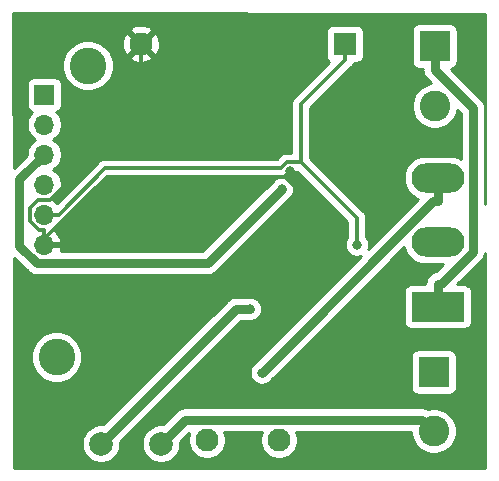
<source format=gtl>
G04 #@! TF.GenerationSoftware,KiCad,Pcbnew,5.1.7-a382d34a8~88~ubuntu18.04.1*
G04 #@! TF.CreationDate,2021-11-17T17:12:46+05:30*
G04 #@! TF.ProjectId,BackEnd_HeavyDevice_v5,4261636b-456e-4645-9f48-656176794465,rev?*
G04 #@! TF.SameCoordinates,Original*
G04 #@! TF.FileFunction,Copper,L1,Top*
G04 #@! TF.FilePolarity,Positive*
%FSLAX46Y46*%
G04 Gerber Fmt 4.6, Leading zero omitted, Abs format (unit mm)*
G04 Created by KiCad (PCBNEW 5.1.7-a382d34a8~88~ubuntu18.04.1) date 2021-11-17 17:12:46*
%MOMM*%
%LPD*%
G01*
G04 APERTURE LIST*
G04 #@! TA.AperFunction,ComponentPad*
%ADD10C,3.100000*%
G04 #@! TD*
G04 #@! TA.AperFunction,ComponentPad*
%ADD11R,1.950000X1.950000*%
G04 #@! TD*
G04 #@! TA.AperFunction,ComponentPad*
%ADD12C,1.950000*%
G04 #@! TD*
G04 #@! TA.AperFunction,ComponentPad*
%ADD13R,2.600000X2.600000*%
G04 #@! TD*
G04 #@! TA.AperFunction,ComponentPad*
%ADD14C,2.600000*%
G04 #@! TD*
G04 #@! TA.AperFunction,ComponentPad*
%ADD15R,4.500000X2.500000*%
G04 #@! TD*
G04 #@! TA.AperFunction,ComponentPad*
%ADD16O,4.500000X2.500000*%
G04 #@! TD*
G04 #@! TA.AperFunction,ComponentPad*
%ADD17C,2.000000*%
G04 #@! TD*
G04 #@! TA.AperFunction,ComponentPad*
%ADD18R,1.700000X1.700000*%
G04 #@! TD*
G04 #@! TA.AperFunction,ComponentPad*
%ADD19O,1.700000X1.700000*%
G04 #@! TD*
G04 #@! TA.AperFunction,ViaPad*
%ADD20C,0.800000*%
G04 #@! TD*
G04 #@! TA.AperFunction,Conductor*
%ADD21C,0.350000*%
G04 #@! TD*
G04 #@! TA.AperFunction,Conductor*
%ADD22C,0.800000*%
G04 #@! TD*
G04 #@! TA.AperFunction,Conductor*
%ADD23C,0.254000*%
G04 #@! TD*
G04 #@! TA.AperFunction,Conductor*
%ADD24C,0.100000*%
G04 #@! TD*
G04 APERTURE END LIST*
D10*
X114554000Y-126187200D03*
X117215920Y-101513640D03*
D11*
X138971000Y-99667000D03*
D12*
X127287000Y-133195000D03*
X121699000Y-99667000D03*
X133383000Y-133195000D03*
D13*
X146576000Y-99860100D03*
D14*
X146576000Y-104940100D03*
D13*
X146497000Y-127460000D03*
D14*
X146497000Y-132460000D03*
D15*
X146827000Y-121917000D03*
D16*
X146827000Y-116467000D03*
X146827000Y-111017000D03*
D17*
X118316000Y-133530000D03*
X123396000Y-133520000D03*
D18*
X113515000Y-103967000D03*
D19*
X113515000Y-106507000D03*
X113515000Y-109047000D03*
X113515000Y-111587000D03*
X113515000Y-114127000D03*
X113515000Y-116667000D03*
D20*
X139974400Y-116677500D03*
X136708200Y-119161500D03*
X134353800Y-110477800D03*
X130916300Y-122105000D03*
X133654600Y-111932300D03*
X131931500Y-127505000D03*
D21*
X135235600Y-109702500D02*
X139974400Y-114441300D01*
X139974400Y-114441300D02*
X139974400Y-116677500D01*
X138971000Y-101017300D02*
X135235600Y-104752700D01*
X135235600Y-104752700D02*
X135235600Y-109702500D01*
X135235600Y-109702500D02*
X134032700Y-109702500D01*
X134032700Y-109702500D02*
X133541000Y-110194200D01*
X133541000Y-110194200D02*
X133541000Y-110194300D01*
X133541000Y-110194300D02*
X118673000Y-110194300D01*
X118673000Y-110194300D02*
X114740300Y-114127000D01*
X113515000Y-114127000D02*
X114740300Y-114127000D01*
X138971000Y-99667000D02*
X138971000Y-101017300D01*
X133907100Y-110924500D02*
X134353800Y-110477800D01*
X113515000Y-116204200D02*
X118794700Y-110924500D01*
X118794700Y-110924500D02*
X133907100Y-110924500D01*
X133907100Y-110924500D02*
X136708100Y-113725500D01*
X136708100Y-113725500D02*
X136708100Y-119161500D01*
X136708100Y-119161500D02*
X136708200Y-119161500D01*
X113515000Y-116204200D02*
X113515000Y-115441700D01*
X113515000Y-116667000D02*
X113515000Y-116204200D01*
X113515000Y-115441700D02*
X113055500Y-115441700D01*
X113055500Y-115441700D02*
X112286900Y-114673100D01*
X112286900Y-114673100D02*
X112286900Y-113557100D01*
X112286900Y-113557100D02*
X112987000Y-112857000D01*
X112987000Y-112857000D02*
X113988900Y-112857000D01*
X113988900Y-112857000D02*
X121699000Y-105146900D01*
X121699000Y-105146900D02*
X121699000Y-99667000D01*
D22*
X123396000Y-133520000D02*
X125422700Y-131493300D01*
X125422700Y-131493300D02*
X145530300Y-131493300D01*
X145530300Y-131493300D02*
X146497000Y-132460000D01*
X118316000Y-133530000D02*
X129741000Y-122105000D01*
X129741000Y-122105000D02*
X130916300Y-122105000D01*
X113515000Y-109047000D02*
X111406200Y-111155800D01*
X111406200Y-111155800D02*
X111406200Y-116784500D01*
X111406200Y-116784500D02*
X112870300Y-118248600D01*
X112870300Y-118248600D02*
X127338300Y-118248600D01*
X127338300Y-118248600D02*
X133654600Y-111932300D01*
X146576000Y-99860100D02*
X146576000Y-101860400D01*
X146827000Y-121917000D02*
X146827000Y-119966700D01*
X146827000Y-119966700D02*
X147101300Y-119966700D01*
X147101300Y-119966700D02*
X149797500Y-117270500D01*
X149797500Y-117270500D02*
X149797500Y-105081900D01*
X149797500Y-105081900D02*
X146576000Y-101860400D01*
X131931500Y-127505000D02*
X146469200Y-112967300D01*
X146469200Y-112967300D02*
X146827000Y-112967300D01*
X146827000Y-111017000D02*
X146827000Y-112967300D01*
D23*
X139164400Y-114776813D02*
X139164401Y-116026799D01*
X139057195Y-116187244D01*
X138979174Y-116375602D01*
X138939400Y-116575561D01*
X138939400Y-116779439D01*
X138979174Y-116979398D01*
X139057195Y-117167756D01*
X139170463Y-117337274D01*
X139314626Y-117481437D01*
X139484144Y-117594705D01*
X139672502Y-117672726D01*
X139872461Y-117712500D01*
X140076339Y-117712500D01*
X140276298Y-117672726D01*
X140316868Y-117655921D01*
X131271729Y-126701061D01*
X131271726Y-126701063D01*
X131127563Y-126845226D01*
X131099171Y-126887717D01*
X131066766Y-126927203D01*
X131042687Y-126972252D01*
X131014295Y-127014744D01*
X130994736Y-127061964D01*
X130970660Y-127107007D01*
X130955835Y-127155878D01*
X130936274Y-127203102D01*
X130926303Y-127253232D01*
X130911477Y-127302105D01*
X130906471Y-127352933D01*
X130896500Y-127403061D01*
X130896500Y-127454172D01*
X130891494Y-127505000D01*
X130896500Y-127555828D01*
X130896500Y-127606939D01*
X130906471Y-127657067D01*
X130911477Y-127707895D01*
X130926303Y-127756768D01*
X130936274Y-127806898D01*
X130955835Y-127854122D01*
X130970660Y-127902993D01*
X130994736Y-127948036D01*
X131014295Y-127995256D01*
X131042687Y-128037748D01*
X131066766Y-128082797D01*
X131099172Y-128122284D01*
X131127563Y-128164774D01*
X131163697Y-128200908D01*
X131196104Y-128240396D01*
X131235592Y-128272803D01*
X131271726Y-128308937D01*
X131314216Y-128337328D01*
X131353703Y-128369734D01*
X131398752Y-128393813D01*
X131441244Y-128422205D01*
X131488464Y-128441764D01*
X131533507Y-128465840D01*
X131582378Y-128480665D01*
X131629602Y-128500226D01*
X131679732Y-128510197D01*
X131728605Y-128525023D01*
X131779433Y-128530029D01*
X131829561Y-128540000D01*
X131880672Y-128540000D01*
X131931500Y-128545006D01*
X131982328Y-128540000D01*
X132033439Y-128540000D01*
X132083567Y-128530029D01*
X132134395Y-128525023D01*
X132183268Y-128510197D01*
X132233398Y-128500226D01*
X132280622Y-128480665D01*
X132329493Y-128465840D01*
X132374536Y-128441764D01*
X132421756Y-128422205D01*
X132464248Y-128393813D01*
X132509297Y-128369734D01*
X132548783Y-128337329D01*
X132591274Y-128308937D01*
X132735437Y-128164774D01*
X132735439Y-128164771D01*
X134740210Y-126160000D01*
X144558928Y-126160000D01*
X144558928Y-128760000D01*
X144571188Y-128884482D01*
X144607498Y-129004180D01*
X144666463Y-129114494D01*
X144745815Y-129211185D01*
X144842506Y-129290537D01*
X144952820Y-129349502D01*
X145072518Y-129385812D01*
X145197000Y-129398072D01*
X147797000Y-129398072D01*
X147921482Y-129385812D01*
X148041180Y-129349502D01*
X148151494Y-129290537D01*
X148248185Y-129211185D01*
X148327537Y-129114494D01*
X148386502Y-129004180D01*
X148422812Y-128884482D01*
X148435072Y-128760000D01*
X148435072Y-126160000D01*
X148422812Y-126035518D01*
X148386502Y-125915820D01*
X148327537Y-125805506D01*
X148248185Y-125708815D01*
X148151494Y-125629463D01*
X148041180Y-125570498D01*
X147921482Y-125534188D01*
X147797000Y-125521928D01*
X145197000Y-125521928D01*
X145072518Y-125534188D01*
X144952820Y-125570498D01*
X144842506Y-125629463D01*
X144745815Y-125708815D01*
X144666463Y-125805506D01*
X144607498Y-125915820D01*
X144571188Y-126035518D01*
X144558928Y-126160000D01*
X134740210Y-126160000D01*
X143991249Y-116908962D01*
X144077061Y-117191848D01*
X144252097Y-117519317D01*
X144487655Y-117806345D01*
X144774683Y-118041903D01*
X145102152Y-118216939D01*
X145457476Y-118324725D01*
X145734403Y-118352000D01*
X147252290Y-118352000D01*
X146661275Y-118943015D01*
X146624105Y-118946676D01*
X146429007Y-119005859D01*
X146249203Y-119101966D01*
X146091604Y-119231304D01*
X145962266Y-119388903D01*
X145866159Y-119568707D01*
X145806976Y-119763805D01*
X145786993Y-119966700D01*
X145792001Y-120017548D01*
X145792001Y-120028928D01*
X144577000Y-120028928D01*
X144452518Y-120041188D01*
X144332820Y-120077498D01*
X144222506Y-120136463D01*
X144125815Y-120215815D01*
X144046463Y-120312506D01*
X143987498Y-120422820D01*
X143951188Y-120542518D01*
X143938928Y-120667000D01*
X143938928Y-123167000D01*
X143951188Y-123291482D01*
X143987498Y-123411180D01*
X144046463Y-123521494D01*
X144125815Y-123618185D01*
X144222506Y-123697537D01*
X144332820Y-123756502D01*
X144452518Y-123792812D01*
X144577000Y-123805072D01*
X149077000Y-123805072D01*
X149201482Y-123792812D01*
X149321180Y-123756502D01*
X149431494Y-123697537D01*
X149528185Y-123618185D01*
X149607537Y-123521494D01*
X149666502Y-123411180D01*
X149702812Y-123291482D01*
X149715072Y-123167000D01*
X149715072Y-120667000D01*
X149702812Y-120542518D01*
X149666502Y-120422820D01*
X149607537Y-120312506D01*
X149528185Y-120215815D01*
X149431494Y-120136463D01*
X149321180Y-120077498D01*
X149201482Y-120041188D01*
X149077000Y-120028928D01*
X148502782Y-120028928D01*
X150493408Y-118038303D01*
X150532896Y-118005896D01*
X150565303Y-117966408D01*
X150662234Y-117848298D01*
X150758341Y-117668494D01*
X150772115Y-117623085D01*
X150817524Y-117473395D01*
X150824522Y-117402339D01*
X150789881Y-135587724D01*
X110962241Y-135582676D01*
X110958759Y-133368967D01*
X116681000Y-133368967D01*
X116681000Y-133691033D01*
X116743832Y-134006912D01*
X116867082Y-134304463D01*
X117046013Y-134572252D01*
X117273748Y-134799987D01*
X117541537Y-134978918D01*
X117839088Y-135102168D01*
X118154967Y-135165000D01*
X118477033Y-135165000D01*
X118792912Y-135102168D01*
X119090463Y-134978918D01*
X119358252Y-134799987D01*
X119585987Y-134572252D01*
X119764918Y-134304463D01*
X119888168Y-134006912D01*
X119951000Y-133691033D01*
X119951000Y-133368967D01*
X119949298Y-133360412D01*
X119950743Y-133358967D01*
X121761000Y-133358967D01*
X121761000Y-133681033D01*
X121823832Y-133996912D01*
X121947082Y-134294463D01*
X122126013Y-134562252D01*
X122353748Y-134789987D01*
X122621537Y-134968918D01*
X122919088Y-135092168D01*
X123234967Y-135155000D01*
X123557033Y-135155000D01*
X123872912Y-135092168D01*
X124170463Y-134968918D01*
X124438252Y-134789987D01*
X124665987Y-134562252D01*
X124844918Y-134294463D01*
X124968168Y-133996912D01*
X125031000Y-133681033D01*
X125031000Y-133358967D01*
X125029298Y-133350412D01*
X125798651Y-132581060D01*
X125738871Y-132725380D01*
X125677000Y-133036429D01*
X125677000Y-133353571D01*
X125738871Y-133664620D01*
X125860237Y-133957621D01*
X126036431Y-134221315D01*
X126260685Y-134445569D01*
X126524379Y-134621763D01*
X126817380Y-134743129D01*
X127128429Y-134805000D01*
X127445571Y-134805000D01*
X127756620Y-134743129D01*
X128049621Y-134621763D01*
X128313315Y-134445569D01*
X128537569Y-134221315D01*
X128713763Y-133957621D01*
X128835129Y-133664620D01*
X128897000Y-133353571D01*
X128897000Y-133036429D01*
X128835129Y-132725380D01*
X128753495Y-132528300D01*
X131916505Y-132528300D01*
X131834871Y-132725380D01*
X131773000Y-133036429D01*
X131773000Y-133353571D01*
X131834871Y-133664620D01*
X131956237Y-133957621D01*
X132132431Y-134221315D01*
X132356685Y-134445569D01*
X132620379Y-134621763D01*
X132913380Y-134743129D01*
X133224429Y-134805000D01*
X133541571Y-134805000D01*
X133852620Y-134743129D01*
X134145621Y-134621763D01*
X134409315Y-134445569D01*
X134633569Y-134221315D01*
X134809763Y-133957621D01*
X134931129Y-133664620D01*
X134993000Y-133353571D01*
X134993000Y-133036429D01*
X134931129Y-132725380D01*
X134849495Y-132528300D01*
X144562000Y-132528300D01*
X144562000Y-132650581D01*
X144636361Y-133024419D01*
X144782225Y-133376566D01*
X144993987Y-133693491D01*
X145263509Y-133963013D01*
X145580434Y-134174775D01*
X145932581Y-134320639D01*
X146306419Y-134395000D01*
X146687581Y-134395000D01*
X147061419Y-134320639D01*
X147413566Y-134174775D01*
X147730491Y-133963013D01*
X148000013Y-133693491D01*
X148211775Y-133376566D01*
X148357639Y-133024419D01*
X148432000Y-132650581D01*
X148432000Y-132269419D01*
X148357639Y-131895581D01*
X148211775Y-131543434D01*
X148000013Y-131226509D01*
X147730491Y-130956987D01*
X147413566Y-130745225D01*
X147061419Y-130599361D01*
X146687581Y-130525000D01*
X146306419Y-130525000D01*
X146020675Y-130581838D01*
X145928293Y-130532459D01*
X145733195Y-130473276D01*
X145581138Y-130458300D01*
X145581128Y-130458300D01*
X145530300Y-130453294D01*
X145479472Y-130458300D01*
X125473535Y-130458300D01*
X125422700Y-130453293D01*
X125371865Y-130458300D01*
X125371862Y-130458300D01*
X125219805Y-130473276D01*
X125024707Y-130532459D01*
X124941009Y-130577196D01*
X124844902Y-130628566D01*
X124726792Y-130725497D01*
X124687304Y-130757904D01*
X124654897Y-130797392D01*
X123565588Y-131886702D01*
X123557033Y-131885000D01*
X123234967Y-131885000D01*
X122919088Y-131947832D01*
X122621537Y-132071082D01*
X122353748Y-132250013D01*
X122126013Y-132477748D01*
X121947082Y-132745537D01*
X121823832Y-133043088D01*
X121761000Y-133358967D01*
X119950743Y-133358967D01*
X130169711Y-123140000D01*
X131018239Y-123140000D01*
X131068357Y-123130031D01*
X131119195Y-123125024D01*
X131168077Y-123110196D01*
X131218198Y-123100226D01*
X131265413Y-123080669D01*
X131314293Y-123065841D01*
X131359342Y-123041762D01*
X131406556Y-123022205D01*
X131449046Y-122993814D01*
X131494097Y-122969734D01*
X131533584Y-122937328D01*
X131576074Y-122908937D01*
X131612208Y-122872803D01*
X131651696Y-122840396D01*
X131684103Y-122800908D01*
X131720237Y-122764774D01*
X131748628Y-122722284D01*
X131781034Y-122682797D01*
X131805114Y-122637746D01*
X131833505Y-122595256D01*
X131853062Y-122548042D01*
X131877141Y-122502993D01*
X131891969Y-122454113D01*
X131911526Y-122406898D01*
X131921496Y-122356777D01*
X131936324Y-122307895D01*
X131941331Y-122257057D01*
X131951300Y-122206939D01*
X131951300Y-122155838D01*
X131956307Y-122105000D01*
X131951300Y-122054162D01*
X131951300Y-122003061D01*
X131941331Y-121952943D01*
X131936324Y-121902105D01*
X131921496Y-121853223D01*
X131911526Y-121803102D01*
X131891969Y-121755887D01*
X131877141Y-121707007D01*
X131853062Y-121661958D01*
X131833505Y-121614744D01*
X131805114Y-121572254D01*
X131781034Y-121527203D01*
X131748628Y-121487716D01*
X131720237Y-121445226D01*
X131684103Y-121409092D01*
X131651696Y-121369604D01*
X131612208Y-121337197D01*
X131576074Y-121301063D01*
X131533584Y-121272672D01*
X131494097Y-121240266D01*
X131449046Y-121216186D01*
X131406556Y-121187795D01*
X131359342Y-121168238D01*
X131314293Y-121144159D01*
X131265413Y-121129331D01*
X131218198Y-121109774D01*
X131168077Y-121099804D01*
X131119195Y-121084976D01*
X131068357Y-121079969D01*
X131018239Y-121070000D01*
X129791835Y-121070000D01*
X129741000Y-121064993D01*
X129690164Y-121070000D01*
X129690162Y-121070000D01*
X129538105Y-121084976D01*
X129343007Y-121144159D01*
X129261370Y-121187795D01*
X129163202Y-121240266D01*
X129045092Y-121337197D01*
X129005604Y-121369604D01*
X128973197Y-121409092D01*
X118485588Y-131896702D01*
X118477033Y-131895000D01*
X118154967Y-131895000D01*
X117839088Y-131957832D01*
X117541537Y-132081082D01*
X117273748Y-132260013D01*
X117046013Y-132487748D01*
X116867082Y-132755537D01*
X116743832Y-133053088D01*
X116681000Y-133368967D01*
X110958759Y-133368967D01*
X110947121Y-125971996D01*
X112369000Y-125971996D01*
X112369000Y-126402404D01*
X112452969Y-126824541D01*
X112617678Y-127222185D01*
X112856800Y-127580056D01*
X113161144Y-127884400D01*
X113519015Y-128123522D01*
X113916659Y-128288231D01*
X114338796Y-128372200D01*
X114769204Y-128372200D01*
X115191341Y-128288231D01*
X115588985Y-128123522D01*
X115946856Y-127884400D01*
X116251200Y-127580056D01*
X116490322Y-127222185D01*
X116655031Y-126824541D01*
X116739000Y-126402404D01*
X116739000Y-125971996D01*
X116655031Y-125549859D01*
X116490322Y-125152215D01*
X116251200Y-124794344D01*
X115946856Y-124490000D01*
X115588985Y-124250878D01*
X115191341Y-124086169D01*
X114769204Y-124002200D01*
X114338796Y-124002200D01*
X113916659Y-124086169D01*
X113519015Y-124250878D01*
X113161144Y-124490000D01*
X112856800Y-124794344D01*
X112617678Y-125152215D01*
X112452969Y-125549859D01*
X112369000Y-125971996D01*
X110947121Y-125971996D01*
X110934227Y-117776237D01*
X112102497Y-118944508D01*
X112134904Y-118983996D01*
X112174392Y-119016403D01*
X112292502Y-119113334D01*
X112388609Y-119164704D01*
X112472307Y-119209441D01*
X112667405Y-119268624D01*
X112819462Y-119283600D01*
X112819471Y-119283600D01*
X112870299Y-119288606D01*
X112921127Y-119283600D01*
X127287472Y-119283600D01*
X127338300Y-119288606D01*
X127389128Y-119283600D01*
X127389138Y-119283600D01*
X127541195Y-119268624D01*
X127736293Y-119209441D01*
X127916097Y-119113334D01*
X128073696Y-118983996D01*
X128106107Y-118944503D01*
X134422403Y-112628208D01*
X134458537Y-112592074D01*
X134486925Y-112549588D01*
X134519334Y-112510098D01*
X134543416Y-112465044D01*
X134571805Y-112422556D01*
X134591362Y-112375341D01*
X134615440Y-112330294D01*
X134630266Y-112281419D01*
X134649826Y-112234198D01*
X134659797Y-112184071D01*
X134674623Y-112135196D01*
X134679629Y-112084366D01*
X134689600Y-112034239D01*
X134689600Y-111983129D01*
X134694606Y-111932301D01*
X134689600Y-111881473D01*
X134689600Y-111830361D01*
X134679629Y-111780233D01*
X134674623Y-111729405D01*
X134659797Y-111680532D01*
X134649826Y-111630402D01*
X134630265Y-111583178D01*
X134615440Y-111534307D01*
X134591364Y-111489264D01*
X134571805Y-111442044D01*
X134543413Y-111399552D01*
X134519334Y-111354503D01*
X134486930Y-111315019D01*
X134458537Y-111272526D01*
X134422395Y-111236384D01*
X134389995Y-111196905D01*
X134350516Y-111164505D01*
X134314374Y-111128363D01*
X134271881Y-111099970D01*
X134232397Y-111067566D01*
X134187348Y-111043487D01*
X134144856Y-111015095D01*
X134097636Y-110995536D01*
X134052593Y-110971460D01*
X134003722Y-110956635D01*
X133956498Y-110937074D01*
X133906368Y-110927103D01*
X133894854Y-110923610D01*
X133993189Y-110871049D01*
X134116528Y-110769828D01*
X134141893Y-110738920D01*
X134142357Y-110738355D01*
X134368212Y-110512500D01*
X134900088Y-110512500D01*
X139164400Y-114776813D01*
G04 #@! TA.AperFunction,Conductor*
D24*
G36*
X139164400Y-114776813D02*
G01*
X139164401Y-116026799D01*
X139057195Y-116187244D01*
X138979174Y-116375602D01*
X138939400Y-116575561D01*
X138939400Y-116779439D01*
X138979174Y-116979398D01*
X139057195Y-117167756D01*
X139170463Y-117337274D01*
X139314626Y-117481437D01*
X139484144Y-117594705D01*
X139672502Y-117672726D01*
X139872461Y-117712500D01*
X140076339Y-117712500D01*
X140276298Y-117672726D01*
X140316868Y-117655921D01*
X131271729Y-126701061D01*
X131271726Y-126701063D01*
X131127563Y-126845226D01*
X131099171Y-126887717D01*
X131066766Y-126927203D01*
X131042687Y-126972252D01*
X131014295Y-127014744D01*
X130994736Y-127061964D01*
X130970660Y-127107007D01*
X130955835Y-127155878D01*
X130936274Y-127203102D01*
X130926303Y-127253232D01*
X130911477Y-127302105D01*
X130906471Y-127352933D01*
X130896500Y-127403061D01*
X130896500Y-127454172D01*
X130891494Y-127505000D01*
X130896500Y-127555828D01*
X130896500Y-127606939D01*
X130906471Y-127657067D01*
X130911477Y-127707895D01*
X130926303Y-127756768D01*
X130936274Y-127806898D01*
X130955835Y-127854122D01*
X130970660Y-127902993D01*
X130994736Y-127948036D01*
X131014295Y-127995256D01*
X131042687Y-128037748D01*
X131066766Y-128082797D01*
X131099172Y-128122284D01*
X131127563Y-128164774D01*
X131163697Y-128200908D01*
X131196104Y-128240396D01*
X131235592Y-128272803D01*
X131271726Y-128308937D01*
X131314216Y-128337328D01*
X131353703Y-128369734D01*
X131398752Y-128393813D01*
X131441244Y-128422205D01*
X131488464Y-128441764D01*
X131533507Y-128465840D01*
X131582378Y-128480665D01*
X131629602Y-128500226D01*
X131679732Y-128510197D01*
X131728605Y-128525023D01*
X131779433Y-128530029D01*
X131829561Y-128540000D01*
X131880672Y-128540000D01*
X131931500Y-128545006D01*
X131982328Y-128540000D01*
X132033439Y-128540000D01*
X132083567Y-128530029D01*
X132134395Y-128525023D01*
X132183268Y-128510197D01*
X132233398Y-128500226D01*
X132280622Y-128480665D01*
X132329493Y-128465840D01*
X132374536Y-128441764D01*
X132421756Y-128422205D01*
X132464248Y-128393813D01*
X132509297Y-128369734D01*
X132548783Y-128337329D01*
X132591274Y-128308937D01*
X132735437Y-128164774D01*
X132735439Y-128164771D01*
X134740210Y-126160000D01*
X144558928Y-126160000D01*
X144558928Y-128760000D01*
X144571188Y-128884482D01*
X144607498Y-129004180D01*
X144666463Y-129114494D01*
X144745815Y-129211185D01*
X144842506Y-129290537D01*
X144952820Y-129349502D01*
X145072518Y-129385812D01*
X145197000Y-129398072D01*
X147797000Y-129398072D01*
X147921482Y-129385812D01*
X148041180Y-129349502D01*
X148151494Y-129290537D01*
X148248185Y-129211185D01*
X148327537Y-129114494D01*
X148386502Y-129004180D01*
X148422812Y-128884482D01*
X148435072Y-128760000D01*
X148435072Y-126160000D01*
X148422812Y-126035518D01*
X148386502Y-125915820D01*
X148327537Y-125805506D01*
X148248185Y-125708815D01*
X148151494Y-125629463D01*
X148041180Y-125570498D01*
X147921482Y-125534188D01*
X147797000Y-125521928D01*
X145197000Y-125521928D01*
X145072518Y-125534188D01*
X144952820Y-125570498D01*
X144842506Y-125629463D01*
X144745815Y-125708815D01*
X144666463Y-125805506D01*
X144607498Y-125915820D01*
X144571188Y-126035518D01*
X144558928Y-126160000D01*
X134740210Y-126160000D01*
X143991249Y-116908962D01*
X144077061Y-117191848D01*
X144252097Y-117519317D01*
X144487655Y-117806345D01*
X144774683Y-118041903D01*
X145102152Y-118216939D01*
X145457476Y-118324725D01*
X145734403Y-118352000D01*
X147252290Y-118352000D01*
X146661275Y-118943015D01*
X146624105Y-118946676D01*
X146429007Y-119005859D01*
X146249203Y-119101966D01*
X146091604Y-119231304D01*
X145962266Y-119388903D01*
X145866159Y-119568707D01*
X145806976Y-119763805D01*
X145786993Y-119966700D01*
X145792001Y-120017548D01*
X145792001Y-120028928D01*
X144577000Y-120028928D01*
X144452518Y-120041188D01*
X144332820Y-120077498D01*
X144222506Y-120136463D01*
X144125815Y-120215815D01*
X144046463Y-120312506D01*
X143987498Y-120422820D01*
X143951188Y-120542518D01*
X143938928Y-120667000D01*
X143938928Y-123167000D01*
X143951188Y-123291482D01*
X143987498Y-123411180D01*
X144046463Y-123521494D01*
X144125815Y-123618185D01*
X144222506Y-123697537D01*
X144332820Y-123756502D01*
X144452518Y-123792812D01*
X144577000Y-123805072D01*
X149077000Y-123805072D01*
X149201482Y-123792812D01*
X149321180Y-123756502D01*
X149431494Y-123697537D01*
X149528185Y-123618185D01*
X149607537Y-123521494D01*
X149666502Y-123411180D01*
X149702812Y-123291482D01*
X149715072Y-123167000D01*
X149715072Y-120667000D01*
X149702812Y-120542518D01*
X149666502Y-120422820D01*
X149607537Y-120312506D01*
X149528185Y-120215815D01*
X149431494Y-120136463D01*
X149321180Y-120077498D01*
X149201482Y-120041188D01*
X149077000Y-120028928D01*
X148502782Y-120028928D01*
X150493408Y-118038303D01*
X150532896Y-118005896D01*
X150565303Y-117966408D01*
X150662234Y-117848298D01*
X150758341Y-117668494D01*
X150772115Y-117623085D01*
X150817524Y-117473395D01*
X150824522Y-117402339D01*
X150789881Y-135587724D01*
X110962241Y-135582676D01*
X110958759Y-133368967D01*
X116681000Y-133368967D01*
X116681000Y-133691033D01*
X116743832Y-134006912D01*
X116867082Y-134304463D01*
X117046013Y-134572252D01*
X117273748Y-134799987D01*
X117541537Y-134978918D01*
X117839088Y-135102168D01*
X118154967Y-135165000D01*
X118477033Y-135165000D01*
X118792912Y-135102168D01*
X119090463Y-134978918D01*
X119358252Y-134799987D01*
X119585987Y-134572252D01*
X119764918Y-134304463D01*
X119888168Y-134006912D01*
X119951000Y-133691033D01*
X119951000Y-133368967D01*
X119949298Y-133360412D01*
X119950743Y-133358967D01*
X121761000Y-133358967D01*
X121761000Y-133681033D01*
X121823832Y-133996912D01*
X121947082Y-134294463D01*
X122126013Y-134562252D01*
X122353748Y-134789987D01*
X122621537Y-134968918D01*
X122919088Y-135092168D01*
X123234967Y-135155000D01*
X123557033Y-135155000D01*
X123872912Y-135092168D01*
X124170463Y-134968918D01*
X124438252Y-134789987D01*
X124665987Y-134562252D01*
X124844918Y-134294463D01*
X124968168Y-133996912D01*
X125031000Y-133681033D01*
X125031000Y-133358967D01*
X125029298Y-133350412D01*
X125798651Y-132581060D01*
X125738871Y-132725380D01*
X125677000Y-133036429D01*
X125677000Y-133353571D01*
X125738871Y-133664620D01*
X125860237Y-133957621D01*
X126036431Y-134221315D01*
X126260685Y-134445569D01*
X126524379Y-134621763D01*
X126817380Y-134743129D01*
X127128429Y-134805000D01*
X127445571Y-134805000D01*
X127756620Y-134743129D01*
X128049621Y-134621763D01*
X128313315Y-134445569D01*
X128537569Y-134221315D01*
X128713763Y-133957621D01*
X128835129Y-133664620D01*
X128897000Y-133353571D01*
X128897000Y-133036429D01*
X128835129Y-132725380D01*
X128753495Y-132528300D01*
X131916505Y-132528300D01*
X131834871Y-132725380D01*
X131773000Y-133036429D01*
X131773000Y-133353571D01*
X131834871Y-133664620D01*
X131956237Y-133957621D01*
X132132431Y-134221315D01*
X132356685Y-134445569D01*
X132620379Y-134621763D01*
X132913380Y-134743129D01*
X133224429Y-134805000D01*
X133541571Y-134805000D01*
X133852620Y-134743129D01*
X134145621Y-134621763D01*
X134409315Y-134445569D01*
X134633569Y-134221315D01*
X134809763Y-133957621D01*
X134931129Y-133664620D01*
X134993000Y-133353571D01*
X134993000Y-133036429D01*
X134931129Y-132725380D01*
X134849495Y-132528300D01*
X144562000Y-132528300D01*
X144562000Y-132650581D01*
X144636361Y-133024419D01*
X144782225Y-133376566D01*
X144993987Y-133693491D01*
X145263509Y-133963013D01*
X145580434Y-134174775D01*
X145932581Y-134320639D01*
X146306419Y-134395000D01*
X146687581Y-134395000D01*
X147061419Y-134320639D01*
X147413566Y-134174775D01*
X147730491Y-133963013D01*
X148000013Y-133693491D01*
X148211775Y-133376566D01*
X148357639Y-133024419D01*
X148432000Y-132650581D01*
X148432000Y-132269419D01*
X148357639Y-131895581D01*
X148211775Y-131543434D01*
X148000013Y-131226509D01*
X147730491Y-130956987D01*
X147413566Y-130745225D01*
X147061419Y-130599361D01*
X146687581Y-130525000D01*
X146306419Y-130525000D01*
X146020675Y-130581838D01*
X145928293Y-130532459D01*
X145733195Y-130473276D01*
X145581138Y-130458300D01*
X145581128Y-130458300D01*
X145530300Y-130453294D01*
X145479472Y-130458300D01*
X125473535Y-130458300D01*
X125422700Y-130453293D01*
X125371865Y-130458300D01*
X125371862Y-130458300D01*
X125219805Y-130473276D01*
X125024707Y-130532459D01*
X124941009Y-130577196D01*
X124844902Y-130628566D01*
X124726792Y-130725497D01*
X124687304Y-130757904D01*
X124654897Y-130797392D01*
X123565588Y-131886702D01*
X123557033Y-131885000D01*
X123234967Y-131885000D01*
X122919088Y-131947832D01*
X122621537Y-132071082D01*
X122353748Y-132250013D01*
X122126013Y-132477748D01*
X121947082Y-132745537D01*
X121823832Y-133043088D01*
X121761000Y-133358967D01*
X119950743Y-133358967D01*
X130169711Y-123140000D01*
X131018239Y-123140000D01*
X131068357Y-123130031D01*
X131119195Y-123125024D01*
X131168077Y-123110196D01*
X131218198Y-123100226D01*
X131265413Y-123080669D01*
X131314293Y-123065841D01*
X131359342Y-123041762D01*
X131406556Y-123022205D01*
X131449046Y-122993814D01*
X131494097Y-122969734D01*
X131533584Y-122937328D01*
X131576074Y-122908937D01*
X131612208Y-122872803D01*
X131651696Y-122840396D01*
X131684103Y-122800908D01*
X131720237Y-122764774D01*
X131748628Y-122722284D01*
X131781034Y-122682797D01*
X131805114Y-122637746D01*
X131833505Y-122595256D01*
X131853062Y-122548042D01*
X131877141Y-122502993D01*
X131891969Y-122454113D01*
X131911526Y-122406898D01*
X131921496Y-122356777D01*
X131936324Y-122307895D01*
X131941331Y-122257057D01*
X131951300Y-122206939D01*
X131951300Y-122155838D01*
X131956307Y-122105000D01*
X131951300Y-122054162D01*
X131951300Y-122003061D01*
X131941331Y-121952943D01*
X131936324Y-121902105D01*
X131921496Y-121853223D01*
X131911526Y-121803102D01*
X131891969Y-121755887D01*
X131877141Y-121707007D01*
X131853062Y-121661958D01*
X131833505Y-121614744D01*
X131805114Y-121572254D01*
X131781034Y-121527203D01*
X131748628Y-121487716D01*
X131720237Y-121445226D01*
X131684103Y-121409092D01*
X131651696Y-121369604D01*
X131612208Y-121337197D01*
X131576074Y-121301063D01*
X131533584Y-121272672D01*
X131494097Y-121240266D01*
X131449046Y-121216186D01*
X131406556Y-121187795D01*
X131359342Y-121168238D01*
X131314293Y-121144159D01*
X131265413Y-121129331D01*
X131218198Y-121109774D01*
X131168077Y-121099804D01*
X131119195Y-121084976D01*
X131068357Y-121079969D01*
X131018239Y-121070000D01*
X129791835Y-121070000D01*
X129741000Y-121064993D01*
X129690164Y-121070000D01*
X129690162Y-121070000D01*
X129538105Y-121084976D01*
X129343007Y-121144159D01*
X129261370Y-121187795D01*
X129163202Y-121240266D01*
X129045092Y-121337197D01*
X129005604Y-121369604D01*
X128973197Y-121409092D01*
X118485588Y-131896702D01*
X118477033Y-131895000D01*
X118154967Y-131895000D01*
X117839088Y-131957832D01*
X117541537Y-132081082D01*
X117273748Y-132260013D01*
X117046013Y-132487748D01*
X116867082Y-132755537D01*
X116743832Y-133053088D01*
X116681000Y-133368967D01*
X110958759Y-133368967D01*
X110947121Y-125971996D01*
X112369000Y-125971996D01*
X112369000Y-126402404D01*
X112452969Y-126824541D01*
X112617678Y-127222185D01*
X112856800Y-127580056D01*
X113161144Y-127884400D01*
X113519015Y-128123522D01*
X113916659Y-128288231D01*
X114338796Y-128372200D01*
X114769204Y-128372200D01*
X115191341Y-128288231D01*
X115588985Y-128123522D01*
X115946856Y-127884400D01*
X116251200Y-127580056D01*
X116490322Y-127222185D01*
X116655031Y-126824541D01*
X116739000Y-126402404D01*
X116739000Y-125971996D01*
X116655031Y-125549859D01*
X116490322Y-125152215D01*
X116251200Y-124794344D01*
X115946856Y-124490000D01*
X115588985Y-124250878D01*
X115191341Y-124086169D01*
X114769204Y-124002200D01*
X114338796Y-124002200D01*
X113916659Y-124086169D01*
X113519015Y-124250878D01*
X113161144Y-124490000D01*
X112856800Y-124794344D01*
X112617678Y-125152215D01*
X112452969Y-125549859D01*
X112369000Y-125971996D01*
X110947121Y-125971996D01*
X110934227Y-117776237D01*
X112102497Y-118944508D01*
X112134904Y-118983996D01*
X112174392Y-119016403D01*
X112292502Y-119113334D01*
X112388609Y-119164704D01*
X112472307Y-119209441D01*
X112667405Y-119268624D01*
X112819462Y-119283600D01*
X112819471Y-119283600D01*
X112870299Y-119288606D01*
X112921127Y-119283600D01*
X127287472Y-119283600D01*
X127338300Y-119288606D01*
X127389128Y-119283600D01*
X127389138Y-119283600D01*
X127541195Y-119268624D01*
X127736293Y-119209441D01*
X127916097Y-119113334D01*
X128073696Y-118983996D01*
X128106107Y-118944503D01*
X134422403Y-112628208D01*
X134458537Y-112592074D01*
X134486925Y-112549588D01*
X134519334Y-112510098D01*
X134543416Y-112465044D01*
X134571805Y-112422556D01*
X134591362Y-112375341D01*
X134615440Y-112330294D01*
X134630266Y-112281419D01*
X134649826Y-112234198D01*
X134659797Y-112184071D01*
X134674623Y-112135196D01*
X134679629Y-112084366D01*
X134689600Y-112034239D01*
X134689600Y-111983129D01*
X134694606Y-111932301D01*
X134689600Y-111881473D01*
X134689600Y-111830361D01*
X134679629Y-111780233D01*
X134674623Y-111729405D01*
X134659797Y-111680532D01*
X134649826Y-111630402D01*
X134630265Y-111583178D01*
X134615440Y-111534307D01*
X134591364Y-111489264D01*
X134571805Y-111442044D01*
X134543413Y-111399552D01*
X134519334Y-111354503D01*
X134486930Y-111315019D01*
X134458537Y-111272526D01*
X134422395Y-111236384D01*
X134389995Y-111196905D01*
X134350516Y-111164505D01*
X134314374Y-111128363D01*
X134271881Y-111099970D01*
X134232397Y-111067566D01*
X134187348Y-111043487D01*
X134144856Y-111015095D01*
X134097636Y-110995536D01*
X134052593Y-110971460D01*
X134003722Y-110956635D01*
X133956498Y-110937074D01*
X133906368Y-110927103D01*
X133894854Y-110923610D01*
X133993189Y-110871049D01*
X134116528Y-110769828D01*
X134141893Y-110738920D01*
X134142357Y-110738355D01*
X134368212Y-110512500D01*
X134900088Y-110512500D01*
X139164400Y-114776813D01*
G37*
G04 #@! TD.AperFunction*
D23*
X133164344Y-111015095D02*
X133121856Y-111043484D01*
X133076802Y-111067566D01*
X133037312Y-111099975D01*
X132994826Y-111128363D01*
X132958692Y-111164497D01*
X126909590Y-117213600D01*
X114891581Y-117213600D01*
X114911825Y-117171099D01*
X114956476Y-117023890D01*
X114835155Y-116794000D01*
X113642000Y-116794000D01*
X113642000Y-116814000D01*
X113388000Y-116814000D01*
X113388000Y-116794000D01*
X113368000Y-116794000D01*
X113368000Y-116540000D01*
X113388000Y-116540000D01*
X113388000Y-116520000D01*
X113642000Y-116520000D01*
X113642000Y-116540000D01*
X114835155Y-116540000D01*
X114956476Y-116310110D01*
X114911825Y-116162901D01*
X114786641Y-115900080D01*
X114612588Y-115666731D01*
X114396355Y-115471822D01*
X114279466Y-115402195D01*
X114461632Y-115280475D01*
X114668475Y-115073632D01*
X114758338Y-114939142D01*
X114780088Y-114937000D01*
X114780091Y-114937000D01*
X114899088Y-114925280D01*
X115051773Y-114878963D01*
X115192489Y-114803749D01*
X115315828Y-114702528D01*
X115341200Y-114671612D01*
X119008513Y-111004300D01*
X133190405Y-111004300D01*
X133164344Y-111015095D01*
G04 #@! TA.AperFunction,Conductor*
D24*
G36*
X133164344Y-111015095D02*
G01*
X133121856Y-111043484D01*
X133076802Y-111067566D01*
X133037312Y-111099975D01*
X132994826Y-111128363D01*
X132958692Y-111164497D01*
X126909590Y-117213600D01*
X114891581Y-117213600D01*
X114911825Y-117171099D01*
X114956476Y-117023890D01*
X114835155Y-116794000D01*
X113642000Y-116794000D01*
X113642000Y-116814000D01*
X113388000Y-116814000D01*
X113388000Y-116794000D01*
X113368000Y-116794000D01*
X113368000Y-116540000D01*
X113388000Y-116540000D01*
X113388000Y-116520000D01*
X113642000Y-116520000D01*
X113642000Y-116540000D01*
X114835155Y-116540000D01*
X114956476Y-116310110D01*
X114911825Y-116162901D01*
X114786641Y-115900080D01*
X114612588Y-115666731D01*
X114396355Y-115471822D01*
X114279466Y-115402195D01*
X114461632Y-115280475D01*
X114668475Y-115073632D01*
X114758338Y-114939142D01*
X114780088Y-114937000D01*
X114780091Y-114937000D01*
X114899088Y-114925280D01*
X115051773Y-114878963D01*
X115192489Y-114803749D01*
X115315828Y-114702528D01*
X115341200Y-114671612D01*
X119008513Y-111004300D01*
X133190405Y-111004300D01*
X133164344Y-111015095D01*
G37*
G04 #@! TD.AperFunction*
D23*
X150863058Y-97172483D02*
X150832500Y-113214312D01*
X150832500Y-105132735D01*
X150837507Y-105081900D01*
X150823677Y-104941482D01*
X150817524Y-104879005D01*
X150758341Y-104683907D01*
X150710238Y-104593912D01*
X150662234Y-104504102D01*
X150565303Y-104385992D01*
X150532896Y-104346504D01*
X150493408Y-104314097D01*
X147968384Y-101789073D01*
X148000482Y-101785912D01*
X148120180Y-101749602D01*
X148230494Y-101690637D01*
X148327185Y-101611285D01*
X148406537Y-101514594D01*
X148465502Y-101404280D01*
X148501812Y-101284582D01*
X148514072Y-101160100D01*
X148514072Y-98560100D01*
X148501812Y-98435618D01*
X148465502Y-98315920D01*
X148406537Y-98205606D01*
X148327185Y-98108915D01*
X148230494Y-98029563D01*
X148120180Y-97970598D01*
X148000482Y-97934288D01*
X147876000Y-97922028D01*
X145276000Y-97922028D01*
X145151518Y-97934288D01*
X145031820Y-97970598D01*
X144921506Y-98029563D01*
X144824815Y-98108915D01*
X144745463Y-98205606D01*
X144686498Y-98315920D01*
X144650188Y-98435618D01*
X144637928Y-98560100D01*
X144637928Y-101160100D01*
X144650188Y-101284582D01*
X144686498Y-101404280D01*
X144745463Y-101514594D01*
X144824815Y-101611285D01*
X144921506Y-101690637D01*
X145031820Y-101749602D01*
X145151518Y-101785912D01*
X145276000Y-101798172D01*
X145541001Y-101798172D01*
X145541001Y-101809563D01*
X145535994Y-101860400D01*
X145555977Y-102063295D01*
X145615160Y-102258393D01*
X145711266Y-102438197D01*
X145784554Y-102527498D01*
X145840605Y-102595796D01*
X145880092Y-102628202D01*
X146278298Y-103026408D01*
X146011581Y-103079461D01*
X145659434Y-103225325D01*
X145342509Y-103437087D01*
X145072987Y-103706609D01*
X144861225Y-104023534D01*
X144715361Y-104375681D01*
X144641000Y-104749519D01*
X144641000Y-105130681D01*
X144715361Y-105504519D01*
X144861225Y-105856666D01*
X145072987Y-106173591D01*
X145342509Y-106443113D01*
X145659434Y-106654875D01*
X146011581Y-106800739D01*
X146385419Y-106875100D01*
X146766581Y-106875100D01*
X147140419Y-106800739D01*
X147492566Y-106654875D01*
X147809491Y-106443113D01*
X148079013Y-106173591D01*
X148290775Y-105856666D01*
X148436639Y-105504519D01*
X148489692Y-105237803D01*
X148762501Y-105510612D01*
X148762501Y-109379657D01*
X148551848Y-109267061D01*
X148196524Y-109159275D01*
X147919597Y-109132000D01*
X145734403Y-109132000D01*
X145457476Y-109159275D01*
X145102152Y-109267061D01*
X144774683Y-109442097D01*
X144487655Y-109677655D01*
X144252097Y-109964683D01*
X144077061Y-110292152D01*
X143969275Y-110647476D01*
X143932880Y-111017000D01*
X143969275Y-111386524D01*
X144077061Y-111741848D01*
X144252097Y-112069317D01*
X144487655Y-112356345D01*
X144774683Y-112591903D01*
X145102152Y-112766939D01*
X145181715Y-112791074D01*
X140952821Y-117019968D01*
X140969626Y-116979398D01*
X141009400Y-116779439D01*
X141009400Y-116575561D01*
X140969626Y-116375602D01*
X140891605Y-116187244D01*
X140784400Y-116026800D01*
X140784400Y-114481087D01*
X140788319Y-114441299D01*
X140784400Y-114401509D01*
X140772680Y-114282512D01*
X140726363Y-114129827D01*
X140651150Y-113989112D01*
X140651149Y-113989110D01*
X140605519Y-113933510D01*
X140549928Y-113865772D01*
X140519019Y-113840406D01*
X136045600Y-109366988D01*
X136045600Y-105088212D01*
X139515618Y-101618195D01*
X139546528Y-101592828D01*
X139610733Y-101514594D01*
X139647749Y-101469490D01*
X139722962Y-101328774D01*
X139722963Y-101328773D01*
X139737736Y-101280072D01*
X139946000Y-101280072D01*
X140070482Y-101267812D01*
X140190180Y-101231502D01*
X140300494Y-101172537D01*
X140397185Y-101093185D01*
X140476537Y-100996494D01*
X140535502Y-100886180D01*
X140571812Y-100766482D01*
X140584072Y-100642000D01*
X140584072Y-98692000D01*
X140571812Y-98567518D01*
X140535502Y-98447820D01*
X140476537Y-98337506D01*
X140397185Y-98240815D01*
X140300494Y-98161463D01*
X140190180Y-98102498D01*
X140070482Y-98066188D01*
X139946000Y-98053928D01*
X137996000Y-98053928D01*
X137871518Y-98066188D01*
X137751820Y-98102498D01*
X137641506Y-98161463D01*
X137544815Y-98240815D01*
X137465463Y-98337506D01*
X137406498Y-98447820D01*
X137370188Y-98567518D01*
X137357928Y-98692000D01*
X137357928Y-100642000D01*
X137370188Y-100766482D01*
X137406498Y-100886180D01*
X137465463Y-100996494D01*
X137544815Y-101093185D01*
X137641506Y-101172537D01*
X137660238Y-101182549D01*
X134690988Y-104151800D01*
X134660072Y-104177172D01*
X134590303Y-104262187D01*
X134558851Y-104300511D01*
X134534268Y-104346504D01*
X134483637Y-104441228D01*
X134437320Y-104593913D01*
X134428457Y-104683906D01*
X134421681Y-104752700D01*
X134425600Y-104792488D01*
X134425601Y-108892500D01*
X134072488Y-108892500D01*
X134032700Y-108888581D01*
X133992912Y-108892500D01*
X133992909Y-108892500D01*
X133873912Y-108904220D01*
X133721227Y-108950537D01*
X133580511Y-109025751D01*
X133457172Y-109126972D01*
X133431800Y-109157888D01*
X133205388Y-109384300D01*
X118712788Y-109384300D01*
X118673000Y-109380381D01*
X118633212Y-109384300D01*
X118633209Y-109384300D01*
X118514212Y-109396020D01*
X118397063Y-109431557D01*
X118361526Y-109442337D01*
X118220998Y-109517451D01*
X118220811Y-109517551D01*
X118097472Y-109618772D01*
X118072105Y-109649682D01*
X114604947Y-113116840D01*
X114461632Y-112973525D01*
X114287240Y-112857000D01*
X114461632Y-112740475D01*
X114668475Y-112533632D01*
X114830990Y-112290411D01*
X114942932Y-112020158D01*
X115000000Y-111733260D01*
X115000000Y-111440740D01*
X114942932Y-111153842D01*
X114830990Y-110883589D01*
X114668475Y-110640368D01*
X114461632Y-110433525D01*
X114287240Y-110317000D01*
X114461632Y-110200475D01*
X114668475Y-109993632D01*
X114830990Y-109750411D01*
X114942932Y-109480158D01*
X115000000Y-109193260D01*
X115000000Y-108900740D01*
X114942932Y-108613842D01*
X114830990Y-108343589D01*
X114668475Y-108100368D01*
X114461632Y-107893525D01*
X114287240Y-107777000D01*
X114461632Y-107660475D01*
X114668475Y-107453632D01*
X114830990Y-107210411D01*
X114942932Y-106940158D01*
X115000000Y-106653260D01*
X115000000Y-106360740D01*
X114942932Y-106073842D01*
X114830990Y-105803589D01*
X114668475Y-105560368D01*
X114536620Y-105428513D01*
X114609180Y-105406502D01*
X114719494Y-105347537D01*
X114816185Y-105268185D01*
X114895537Y-105171494D01*
X114954502Y-105061180D01*
X114990812Y-104941482D01*
X115003072Y-104817000D01*
X115003072Y-103117000D01*
X114990812Y-102992518D01*
X114954502Y-102872820D01*
X114895537Y-102762506D01*
X114816185Y-102665815D01*
X114719494Y-102586463D01*
X114609180Y-102527498D01*
X114489482Y-102491188D01*
X114365000Y-102478928D01*
X112665000Y-102478928D01*
X112540518Y-102491188D01*
X112420820Y-102527498D01*
X112310506Y-102586463D01*
X112213815Y-102665815D01*
X112134463Y-102762506D01*
X112075498Y-102872820D01*
X112039188Y-102992518D01*
X112026928Y-103117000D01*
X112026928Y-104817000D01*
X112039188Y-104941482D01*
X112075498Y-105061180D01*
X112134463Y-105171494D01*
X112213815Y-105268185D01*
X112310506Y-105347537D01*
X112420820Y-105406502D01*
X112493380Y-105428513D01*
X112361525Y-105560368D01*
X112199010Y-105803589D01*
X112087068Y-106073842D01*
X112030000Y-106360740D01*
X112030000Y-106653260D01*
X112087068Y-106940158D01*
X112199010Y-107210411D01*
X112361525Y-107453632D01*
X112568368Y-107660475D01*
X112742760Y-107777000D01*
X112568368Y-107893525D01*
X112361525Y-108100368D01*
X112199010Y-108343589D01*
X112087068Y-108613842D01*
X112030000Y-108900740D01*
X112030000Y-109068289D01*
X110922270Y-110176020D01*
X110908304Y-101298436D01*
X115030920Y-101298436D01*
X115030920Y-101728844D01*
X115114889Y-102150981D01*
X115279598Y-102548625D01*
X115518720Y-102906496D01*
X115823064Y-103210840D01*
X116180935Y-103449962D01*
X116578579Y-103614671D01*
X117000716Y-103698640D01*
X117431124Y-103698640D01*
X117853261Y-103614671D01*
X118250905Y-103449962D01*
X118608776Y-103210840D01*
X118913120Y-102906496D01*
X119152242Y-102548625D01*
X119316951Y-102150981D01*
X119400920Y-101728844D01*
X119400920Y-101298436D01*
X119316951Y-100876299D01*
X119278962Y-100784584D01*
X120761021Y-100784584D01*
X120853766Y-101046429D01*
X121139120Y-101184820D01*
X121445990Y-101264883D01*
X121762584Y-101283540D01*
X122076733Y-101240074D01*
X122376367Y-101136156D01*
X122544234Y-101046429D01*
X122636979Y-100784584D01*
X121699000Y-99846605D01*
X120761021Y-100784584D01*
X119278962Y-100784584D01*
X119152242Y-100478655D01*
X118913120Y-100120784D01*
X118608776Y-99816440D01*
X118480284Y-99730584D01*
X120082460Y-99730584D01*
X120125926Y-100044733D01*
X120229844Y-100344367D01*
X120319571Y-100512234D01*
X120581416Y-100604979D01*
X121519395Y-99667000D01*
X121878605Y-99667000D01*
X122816584Y-100604979D01*
X123078429Y-100512234D01*
X123216820Y-100226880D01*
X123296883Y-99920010D01*
X123315540Y-99603416D01*
X123272074Y-99289267D01*
X123168156Y-98989633D01*
X123078429Y-98821766D01*
X122816584Y-98729021D01*
X121878605Y-99667000D01*
X121519395Y-99667000D01*
X120581416Y-98729021D01*
X120319571Y-98821766D01*
X120181180Y-99107120D01*
X120101117Y-99413990D01*
X120082460Y-99730584D01*
X118480284Y-99730584D01*
X118250905Y-99577318D01*
X117853261Y-99412609D01*
X117431124Y-99328640D01*
X117000716Y-99328640D01*
X116578579Y-99412609D01*
X116180935Y-99577318D01*
X115823064Y-99816440D01*
X115518720Y-100120784D01*
X115279598Y-100478655D01*
X115114889Y-100876299D01*
X115030920Y-101298436D01*
X110908304Y-101298436D01*
X110903979Y-98549416D01*
X120761021Y-98549416D01*
X121699000Y-99487395D01*
X122636979Y-98549416D01*
X122544234Y-98287571D01*
X122258880Y-98149180D01*
X121952010Y-98069117D01*
X121635416Y-98050460D01*
X121321267Y-98093926D01*
X121021633Y-98197844D01*
X120853766Y-98287571D01*
X120761021Y-98549416D01*
X110903979Y-98549416D01*
X110901665Y-97079092D01*
X150863058Y-97172483D01*
G04 #@! TA.AperFunction,Conductor*
D24*
G36*
X150863058Y-97172483D02*
G01*
X150832500Y-113214312D01*
X150832500Y-105132735D01*
X150837507Y-105081900D01*
X150823677Y-104941482D01*
X150817524Y-104879005D01*
X150758341Y-104683907D01*
X150710238Y-104593912D01*
X150662234Y-104504102D01*
X150565303Y-104385992D01*
X150532896Y-104346504D01*
X150493408Y-104314097D01*
X147968384Y-101789073D01*
X148000482Y-101785912D01*
X148120180Y-101749602D01*
X148230494Y-101690637D01*
X148327185Y-101611285D01*
X148406537Y-101514594D01*
X148465502Y-101404280D01*
X148501812Y-101284582D01*
X148514072Y-101160100D01*
X148514072Y-98560100D01*
X148501812Y-98435618D01*
X148465502Y-98315920D01*
X148406537Y-98205606D01*
X148327185Y-98108915D01*
X148230494Y-98029563D01*
X148120180Y-97970598D01*
X148000482Y-97934288D01*
X147876000Y-97922028D01*
X145276000Y-97922028D01*
X145151518Y-97934288D01*
X145031820Y-97970598D01*
X144921506Y-98029563D01*
X144824815Y-98108915D01*
X144745463Y-98205606D01*
X144686498Y-98315920D01*
X144650188Y-98435618D01*
X144637928Y-98560100D01*
X144637928Y-101160100D01*
X144650188Y-101284582D01*
X144686498Y-101404280D01*
X144745463Y-101514594D01*
X144824815Y-101611285D01*
X144921506Y-101690637D01*
X145031820Y-101749602D01*
X145151518Y-101785912D01*
X145276000Y-101798172D01*
X145541001Y-101798172D01*
X145541001Y-101809563D01*
X145535994Y-101860400D01*
X145555977Y-102063295D01*
X145615160Y-102258393D01*
X145711266Y-102438197D01*
X145784554Y-102527498D01*
X145840605Y-102595796D01*
X145880092Y-102628202D01*
X146278298Y-103026408D01*
X146011581Y-103079461D01*
X145659434Y-103225325D01*
X145342509Y-103437087D01*
X145072987Y-103706609D01*
X144861225Y-104023534D01*
X144715361Y-104375681D01*
X144641000Y-104749519D01*
X144641000Y-105130681D01*
X144715361Y-105504519D01*
X144861225Y-105856666D01*
X145072987Y-106173591D01*
X145342509Y-106443113D01*
X145659434Y-106654875D01*
X146011581Y-106800739D01*
X146385419Y-106875100D01*
X146766581Y-106875100D01*
X147140419Y-106800739D01*
X147492566Y-106654875D01*
X147809491Y-106443113D01*
X148079013Y-106173591D01*
X148290775Y-105856666D01*
X148436639Y-105504519D01*
X148489692Y-105237803D01*
X148762501Y-105510612D01*
X148762501Y-109379657D01*
X148551848Y-109267061D01*
X148196524Y-109159275D01*
X147919597Y-109132000D01*
X145734403Y-109132000D01*
X145457476Y-109159275D01*
X145102152Y-109267061D01*
X144774683Y-109442097D01*
X144487655Y-109677655D01*
X144252097Y-109964683D01*
X144077061Y-110292152D01*
X143969275Y-110647476D01*
X143932880Y-111017000D01*
X143969275Y-111386524D01*
X144077061Y-111741848D01*
X144252097Y-112069317D01*
X144487655Y-112356345D01*
X144774683Y-112591903D01*
X145102152Y-112766939D01*
X145181715Y-112791074D01*
X140952821Y-117019968D01*
X140969626Y-116979398D01*
X141009400Y-116779439D01*
X141009400Y-116575561D01*
X140969626Y-116375602D01*
X140891605Y-116187244D01*
X140784400Y-116026800D01*
X140784400Y-114481087D01*
X140788319Y-114441299D01*
X140784400Y-114401509D01*
X140772680Y-114282512D01*
X140726363Y-114129827D01*
X140651150Y-113989112D01*
X140651149Y-113989110D01*
X140605519Y-113933510D01*
X140549928Y-113865772D01*
X140519019Y-113840406D01*
X136045600Y-109366988D01*
X136045600Y-105088212D01*
X139515618Y-101618195D01*
X139546528Y-101592828D01*
X139610733Y-101514594D01*
X139647749Y-101469490D01*
X139722962Y-101328774D01*
X139722963Y-101328773D01*
X139737736Y-101280072D01*
X139946000Y-101280072D01*
X140070482Y-101267812D01*
X140190180Y-101231502D01*
X140300494Y-101172537D01*
X140397185Y-101093185D01*
X140476537Y-100996494D01*
X140535502Y-100886180D01*
X140571812Y-100766482D01*
X140584072Y-100642000D01*
X140584072Y-98692000D01*
X140571812Y-98567518D01*
X140535502Y-98447820D01*
X140476537Y-98337506D01*
X140397185Y-98240815D01*
X140300494Y-98161463D01*
X140190180Y-98102498D01*
X140070482Y-98066188D01*
X139946000Y-98053928D01*
X137996000Y-98053928D01*
X137871518Y-98066188D01*
X137751820Y-98102498D01*
X137641506Y-98161463D01*
X137544815Y-98240815D01*
X137465463Y-98337506D01*
X137406498Y-98447820D01*
X137370188Y-98567518D01*
X137357928Y-98692000D01*
X137357928Y-100642000D01*
X137370188Y-100766482D01*
X137406498Y-100886180D01*
X137465463Y-100996494D01*
X137544815Y-101093185D01*
X137641506Y-101172537D01*
X137660238Y-101182549D01*
X134690988Y-104151800D01*
X134660072Y-104177172D01*
X134590303Y-104262187D01*
X134558851Y-104300511D01*
X134534268Y-104346504D01*
X134483637Y-104441228D01*
X134437320Y-104593913D01*
X134428457Y-104683906D01*
X134421681Y-104752700D01*
X134425600Y-104792488D01*
X134425601Y-108892500D01*
X134072488Y-108892500D01*
X134032700Y-108888581D01*
X133992912Y-108892500D01*
X133992909Y-108892500D01*
X133873912Y-108904220D01*
X133721227Y-108950537D01*
X133580511Y-109025751D01*
X133457172Y-109126972D01*
X133431800Y-109157888D01*
X133205388Y-109384300D01*
X118712788Y-109384300D01*
X118673000Y-109380381D01*
X118633212Y-109384300D01*
X118633209Y-109384300D01*
X118514212Y-109396020D01*
X118397063Y-109431557D01*
X118361526Y-109442337D01*
X118220998Y-109517451D01*
X118220811Y-109517551D01*
X118097472Y-109618772D01*
X118072105Y-109649682D01*
X114604947Y-113116840D01*
X114461632Y-112973525D01*
X114287240Y-112857000D01*
X114461632Y-112740475D01*
X114668475Y-112533632D01*
X114830990Y-112290411D01*
X114942932Y-112020158D01*
X115000000Y-111733260D01*
X115000000Y-111440740D01*
X114942932Y-111153842D01*
X114830990Y-110883589D01*
X114668475Y-110640368D01*
X114461632Y-110433525D01*
X114287240Y-110317000D01*
X114461632Y-110200475D01*
X114668475Y-109993632D01*
X114830990Y-109750411D01*
X114942932Y-109480158D01*
X115000000Y-109193260D01*
X115000000Y-108900740D01*
X114942932Y-108613842D01*
X114830990Y-108343589D01*
X114668475Y-108100368D01*
X114461632Y-107893525D01*
X114287240Y-107777000D01*
X114461632Y-107660475D01*
X114668475Y-107453632D01*
X114830990Y-107210411D01*
X114942932Y-106940158D01*
X115000000Y-106653260D01*
X115000000Y-106360740D01*
X114942932Y-106073842D01*
X114830990Y-105803589D01*
X114668475Y-105560368D01*
X114536620Y-105428513D01*
X114609180Y-105406502D01*
X114719494Y-105347537D01*
X114816185Y-105268185D01*
X114895537Y-105171494D01*
X114954502Y-105061180D01*
X114990812Y-104941482D01*
X115003072Y-104817000D01*
X115003072Y-103117000D01*
X114990812Y-102992518D01*
X114954502Y-102872820D01*
X114895537Y-102762506D01*
X114816185Y-102665815D01*
X114719494Y-102586463D01*
X114609180Y-102527498D01*
X114489482Y-102491188D01*
X114365000Y-102478928D01*
X112665000Y-102478928D01*
X112540518Y-102491188D01*
X112420820Y-102527498D01*
X112310506Y-102586463D01*
X112213815Y-102665815D01*
X112134463Y-102762506D01*
X112075498Y-102872820D01*
X112039188Y-102992518D01*
X112026928Y-103117000D01*
X112026928Y-104817000D01*
X112039188Y-104941482D01*
X112075498Y-105061180D01*
X112134463Y-105171494D01*
X112213815Y-105268185D01*
X112310506Y-105347537D01*
X112420820Y-105406502D01*
X112493380Y-105428513D01*
X112361525Y-105560368D01*
X112199010Y-105803589D01*
X112087068Y-106073842D01*
X112030000Y-106360740D01*
X112030000Y-106653260D01*
X112087068Y-106940158D01*
X112199010Y-107210411D01*
X112361525Y-107453632D01*
X112568368Y-107660475D01*
X112742760Y-107777000D01*
X112568368Y-107893525D01*
X112361525Y-108100368D01*
X112199010Y-108343589D01*
X112087068Y-108613842D01*
X112030000Y-108900740D01*
X112030000Y-109068289D01*
X110922270Y-110176020D01*
X110908304Y-101298436D01*
X115030920Y-101298436D01*
X115030920Y-101728844D01*
X115114889Y-102150981D01*
X115279598Y-102548625D01*
X115518720Y-102906496D01*
X115823064Y-103210840D01*
X116180935Y-103449962D01*
X116578579Y-103614671D01*
X117000716Y-103698640D01*
X117431124Y-103698640D01*
X117853261Y-103614671D01*
X118250905Y-103449962D01*
X118608776Y-103210840D01*
X118913120Y-102906496D01*
X119152242Y-102548625D01*
X119316951Y-102150981D01*
X119400920Y-101728844D01*
X119400920Y-101298436D01*
X119316951Y-100876299D01*
X119278962Y-100784584D01*
X120761021Y-100784584D01*
X120853766Y-101046429D01*
X121139120Y-101184820D01*
X121445990Y-101264883D01*
X121762584Y-101283540D01*
X122076733Y-101240074D01*
X122376367Y-101136156D01*
X122544234Y-101046429D01*
X122636979Y-100784584D01*
X121699000Y-99846605D01*
X120761021Y-100784584D01*
X119278962Y-100784584D01*
X119152242Y-100478655D01*
X118913120Y-100120784D01*
X118608776Y-99816440D01*
X118480284Y-99730584D01*
X120082460Y-99730584D01*
X120125926Y-100044733D01*
X120229844Y-100344367D01*
X120319571Y-100512234D01*
X120581416Y-100604979D01*
X121519395Y-99667000D01*
X121878605Y-99667000D01*
X122816584Y-100604979D01*
X123078429Y-100512234D01*
X123216820Y-100226880D01*
X123296883Y-99920010D01*
X123315540Y-99603416D01*
X123272074Y-99289267D01*
X123168156Y-98989633D01*
X123078429Y-98821766D01*
X122816584Y-98729021D01*
X121878605Y-99667000D01*
X121519395Y-99667000D01*
X120581416Y-98729021D01*
X120319571Y-98821766D01*
X120181180Y-99107120D01*
X120101117Y-99413990D01*
X120082460Y-99730584D01*
X118480284Y-99730584D01*
X118250905Y-99577318D01*
X117853261Y-99412609D01*
X117431124Y-99328640D01*
X117000716Y-99328640D01*
X116578579Y-99412609D01*
X116180935Y-99577318D01*
X115823064Y-99816440D01*
X115518720Y-100120784D01*
X115279598Y-100478655D01*
X115114889Y-100876299D01*
X115030920Y-101298436D01*
X110908304Y-101298436D01*
X110903979Y-98549416D01*
X120761021Y-98549416D01*
X121699000Y-99487395D01*
X122636979Y-98549416D01*
X122544234Y-98287571D01*
X122258880Y-98149180D01*
X121952010Y-98069117D01*
X121635416Y-98050460D01*
X121321267Y-98093926D01*
X121021633Y-98197844D01*
X120853766Y-98287571D01*
X120761021Y-98549416D01*
X110903979Y-98549416D01*
X110901665Y-97079092D01*
X150863058Y-97172483D01*
G37*
G04 #@! TD.AperFunction*
M02*

</source>
